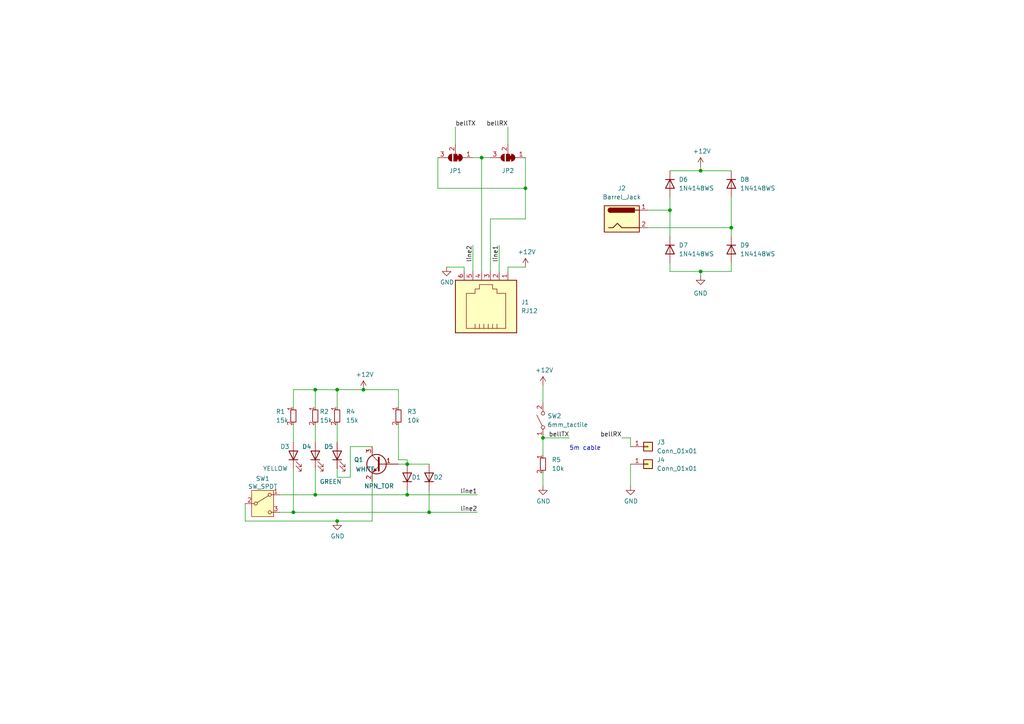
<source format=kicad_sch>
(kicad_sch (version 20230121) (generator eeschema)
  (paper "A4")
  (lib_symbols
    (symbol "Connector:Barrel_Jack" (pin_names (offset 1.016))
      (property "Reference" "J" (at 0 5.334 0))
      (property "Value" "Barrel_Jack" (at 0 -5.08 0))
      (symbol "Barrel_Jack_0_1"
        (rectangle (start -5.08 3.81) (end 5.08 -3.81) (stroke (width 0.254)) (fill (type background)))
        (arc (start -3.302 3.175) (mid -3.9343 2.54) (end -3.302 1.905) (stroke (width 0.254)))
        (arc (start -3.302 3.175) (mid -3.9343 2.54) (end -3.302 1.905) (stroke (width 0.254)) (fill (type outline)))
        (polyline (pts (xy 5.08 2.54) (xy 3.81 2.54)) (stroke (width 0.254)))
        (polyline (pts (xy -3.81 -2.54) (xy -2.54 -2.54) (xy -1.27 -1.27) (xy 0 -2.54) (xy 2.54 -2.54) (xy 5.08 -2.54)) (stroke (width 0.254)))
        (rectangle (start 3.683 3.175) (end -3.302 1.905) (stroke (width 0.254)) (fill (type outline)))
      )
      (symbol "Barrel_Jack_1_1"
        (pin passive line (at 7.62 2.54 180) (length 2.54) (name "~") (number "1"))
        (pin passive line (at 7.62 -2.54 180) (length 2.54) (name "~") (number "2"))
      )
    )
    (symbol "Connector_Generic:Conn_01x01" (pin_names (offset 1.016) hide)
      (property "Reference" "J" (at 0 2.54 0))
      (property "Value" "Conn_01x01" (at 0 -2.54 0))
      (symbol "Conn_01x01_1_1"
        (rectangle (start -1.27 0.127) (end 0 -0.127) (stroke (width 0.1524)))
        (rectangle (start -1.27 1.27) (end 1.27 -1.27) (stroke (width 0.254)) (fill (type background)))
        (pin passive line (at -5.08 0 0) (length 3.81) (name "Pin_1") (number "1"))
      )
    )
    (symbol "Jumper:SolderJumper_3_Bridged12" (pin_names (offset 0) hide)
      (property "Reference" "JP" (at -2.54 -2.54 0))
      (property "Value" "SolderJumper_3_Bridged12" (at 0 2.794 0))
      (symbol "SolderJumper_3_Bridged12_0_1"
        (rectangle (start -1.016 0.508) (end -0.508 -0.508) (fill (type outline)))
        (arc (start -1.016 1.016) (mid -2.0276 0) (end -1.016 -1.016))
        (arc (start -1.016 1.016) (mid -2.0276 0) (end -1.016 -1.016) (fill (type outline)))
        (rectangle (start -0.508 1.016) (end 0.508 -1.016) (fill (type outline)))
        (polyline (pts (xy -2.54 0) (xy -2.032 0)))
        (polyline (pts (xy -1.016 1.016) (xy -1.016 -1.016)))
        (polyline (pts (xy 0 -1.27) (xy 0 -1.016)))
        (polyline (pts (xy 1.016 1.016) (xy 1.016 -1.016)))
        (polyline (pts (xy 2.54 0) (xy 2.032 0)))
        (arc (start 1.016 -1.016) (mid 2.0276 0) (end 1.016 1.016))
        (arc (start 1.016 -1.016) (mid 2.0276 0) (end 1.016 1.016) (fill (type outline)))
      )
      (symbol "SolderJumper_3_Bridged12_1_1"
        (pin passive line (at -5.08 0 0) (length 2.54) (name "A") (number "1"))
        (pin passive line (at 0 -3.81 90) (length 2.54) (name "C") (number "2"))
        (pin passive line (at 5.08 0 180) (length 2.54) (name "B") (number "3"))
      )
    )
    (symbol "Switch:SW_SPDT" (pin_names (offset 0) hide)
      (property "Reference" "SW" (at 0 5.08 0))
      (property "Value" "SW_SPDT" (at 0 -5.08 0))
      (symbol "SW_SPDT_0_1"
        (circle (center -2.032 0) (radius 0.4572))
        (polyline (pts (xy -1.651 0.254) (xy 1.651 2.286)))
        (circle (center 2.032 -2.54) (radius 0.4572))
        (circle (center 2.032 2.54) (radius 0.4572))
      )
      (symbol "SW_SPDT_1_1"
        (rectangle (start -3.175 3.81) (end 3.175 -3.81) (fill (type background)))
        (pin passive line (at 5.08 2.54 180) (length 2.54) (name "A") (number "1"))
        (pin passive line (at -5.08 0 0) (length 2.54) (name "B") (number "2"))
        (pin passive line (at 5.08 -2.54 180) (length 2.54) (name "C") (number "3"))
      )
    )
    (symbol "custom_kicad_lib_sk:1N4148WS" (pin_numbers hide) (pin_names hide)
      (property "Reference" "D" (at 0 2.54 0))
      (property "Value" "1N4148WS" (at 0 -2.54 0))
      (symbol "1N4148WS_0_1"
        (polyline (pts (xy -1.27 1.27) (xy -1.27 -1.27)) (stroke (width 0.254)))
        (polyline (pts (xy 1.27 0) (xy -1.27 0)))
        (polyline (pts (xy 1.27 1.27) (xy 1.27 -1.27) (xy -1.27 0) (xy 1.27 1.27)) (stroke (width 0.254)))
      )
      (symbol "1N4148WS_1_1"
        (pin passive line (at -3.81 0 0) (length 2.54) (name "K") (number "1"))
        (pin passive line (at 3.81 0 180) (length 2.54) (name "A") (number "2"))
      )
    )
    (symbol "custom_kicad_lib_sk:6mm_tactile" (pin_names (offset 0) hide)
      (property "Reference" "SW" (at 0 3.175 0))
      (property "Value" "6mm_tactile" (at 0 -2.54 0))
      (symbol "6mm_tactile_0_0"
        (circle (center -2.032 0) (radius 0.508))
        (polyline (pts (xy -1.524 0.254) (xy 1.524 1.778)))
        (circle (center 2.032 0) (radius 0.508))
      )
      (symbol "6mm_tactile_1_1"
        (pin passive line (at -5.08 0 0) (length 2.54) (name "A") (number "1"))
        (pin passive line (at 5.08 0 180) (length 2.54) (name "B") (number "2"))
      )
    )
    (symbol "custom_kicad_lib_sk:LED" (pin_numbers hide) (pin_names (offset 1.016) hide)
      (property "Reference" "D" (at 0 2.54 0))
      (property "Value" "LED" (at 0 -2.54 0))
      (symbol "LED_0_1"
        (polyline (pts (xy -1.27 -1.27) (xy -1.27 1.27)) (stroke (width 0.254)))
        (polyline (pts (xy -1.27 0) (xy 1.27 0)))
        (polyline (pts (xy 1.27 -1.27) (xy 1.27 1.27) (xy -1.27 0) (xy 1.27 -1.27)) (stroke (width 0.254)))
        (polyline (pts (xy -3.048 -0.762) (xy -4.572 -2.286) (xy -3.81 -2.286) (xy -4.572 -2.286) (xy -4.572 -1.524)))
        (polyline (pts (xy -1.778 -0.762) (xy -3.302 -2.286) (xy -2.54 -2.286) (xy -3.302 -2.286) (xy -3.302 -1.524)))
      )
      (symbol "LED_1_1"
        (pin passive line (at -3.81 0 0) (length 2.54) (name "K") (number "1"))
        (pin passive line (at 3.81 0 180) (length 2.54) (name "A") (number "2"))
      )
    )
    (symbol "custom_kicad_lib_sk:NPN_TOR" (pin_names (offset 0) hide)
      (property "Reference" "Q" (at 5.08 1.905 0))
      (property "Value" "NPN_TOR" (at 5.08 0 0))
      (symbol "NPN_TOR_0_1"
        (polyline (pts (xy 0.635 0.635) (xy 2.54 2.54)))
        (polyline (pts (xy 0.635 -0.635) (xy 2.54 -2.54) (xy 2.54 -2.54)))
        (polyline (pts (xy 0.635 1.905) (xy 0.635 -1.905) (xy 0.635 -1.905)) (stroke (width 0.508)))
        (polyline (pts (xy 1.27 -1.778) (xy 1.778 -1.27) (xy 2.286 -2.286) (xy 1.27 -1.778) (xy 1.27 -1.778)) (fill (type outline)))
        (circle (center 1.27 0) (radius 2.8194) (stroke (width 0.254)))
      )
      (symbol "NPN_TOR_1_1"
        (pin input line (at -5.08 0 0) (length 5.715) (name "B") (number "1"))
        (pin passive line (at 2.54 -5.08 90) (length 2.54) (name "E") (number "2"))
        (pin passive line (at 2.54 5.08 270) (length 2.54) (name "C") (number "3"))
      )
    )
    (symbol "custom_kicad_lib_sk:RJ12" (pin_names (offset 1.016))
      (property "Reference" "J" (at -5.08 11.43 0))
      (property "Value" "RJ12" (at 2.54 11.43 0))
      (symbol "RJ12_0_1"
        (polyline (pts (xy -6.35 -1.905) (xy -5.08 -1.905) (xy -5.08 -1.905)))
        (polyline (pts (xy -6.35 -0.635) (xy -5.08 -0.635) (xy -5.08 -0.635)))
        (polyline (pts (xy -6.35 0.635) (xy -5.08 0.635) (xy -5.08 0.635)))
        (polyline (pts (xy -6.35 1.905) (xy -5.08 1.905) (xy -5.08 1.905)))
        (polyline (pts (xy -6.35 3.175) (xy -5.08 3.175) (xy -5.08 3.175)))
        (polyline (pts (xy -5.08 4.445) (xy -6.35 4.445) (xy -6.35 4.445)))
        (polyline (pts (xy -6.35 -4.445) (xy -6.35 6.985) (xy 3.81 6.985) (xy 3.81 4.445) (xy 5.08 4.445) (xy 5.08 3.175) (xy 6.35 3.175) (xy 6.35 -0.635) (xy 5.08 -0.635) (xy 5.08 -1.905) (xy 3.81 -1.905) (xy 3.81 -4.445) (xy -6.35 -4.445) (xy -6.35 -4.445)))
        (rectangle (start 7.62 10.16) (end -7.62 -7.62) (stroke (width 0.254)) (fill (type background)))
      )
      (symbol "RJ12_1_1"
        (pin passive line (at 10.16 -5.08 180) (length 2.54) (name "~") (number "1"))
        (pin passive line (at 10.16 -2.54 180) (length 2.54) (name "~") (number "2"))
        (pin passive line (at 10.16 0 180) (length 2.54) (name "~") (number "3"))
        (pin passive line (at 10.16 2.54 180) (length 2.54) (name "~") (number "4"))
        (pin passive line (at 10.16 5.08 180) (length 2.54) (name "~") (number "5"))
        (pin passive line (at 10.16 7.62 180) (length 2.54) (name "~") (number "6"))
      )
    )
    (symbol "power:+12V" (power) (pin_names (offset 0))
      (property "Value" "+12V" (at 0 3.556 0))
      (symbol "+12V_0_1"
        (polyline (pts (xy -0.762 1.27) (xy 0 2.54)))
        (polyline (pts (xy 0 0) (xy 0 2.54)))
        (polyline (pts (xy 0 2.54) (xy 0.762 1.27)))
      )
      (symbol "+12V_1_1"
        (pin power_in line (at 0 0 90) (length 0) hide (name "+12V") (number "1"))
      )
    )
    (symbol "power:GND" (power) (pin_names (offset 0))
      (property "Value" "GND" (at 0 -3.81 0))
      (symbol "GND_0_1"
        (polyline (pts (xy 0 0) (xy 0 -1.27) (xy 1.27 -1.27) (xy 0 -2.54) (xy -1.27 -1.27) (xy 0 -1.27)))
      )
      (symbol "GND_1_1"
        (pin power_in line (at 0 0 270) (length 0) hide (name "GND") (number "1"))
      )
    )
    (symbol "resistors_0603:R_10k_0603"
      (property "Reference" "R" (at 1.27 2.54 0))
      (property "Value" "10k" (at 2.54 -2.54 0))
      (symbol "R_10k_0603_0_1"
        (rectangle (start -0.762 1.778) (end 0.762 -1.778) (stroke (width 0.2032)))
      )
      (symbol "R_10k_0603_1_1"
        (pin passive line (at 0 2.54 270) (length 0.762) (name "~") (number "1"))
        (pin passive line (at 0 -2.54 90) (length 0.762) (name "~") (number "2"))
      )
    )
    (symbol "resistors_0603:R_1k_0603"
      (property "Reference" "R" (at 1.27 2.54 0))
      (property "Value" "1k" (at 2.54 -2.54 0))
      (symbol "R_1k_0603_0_1"
        (rectangle (start -0.762 1.778) (end 0.762 -1.778) (stroke (width 0.2032)))
      )
      (symbol "R_1k_0603_1_1"
        (pin passive line (at 0 2.54 270) (length 0.762) (name "~") (number "1"))
        (pin passive line (at 0 -2.54 90) (length 0.762) (name "~") (number "2"))
      )
    )
  )
  (junction (at 203.2 78.74))
  (junction (at 91.44 143.51))
  (junction (at 97.79 151.13))
  (junction (at 118.11 143.51))
  (junction (at 97.79 113.03))
  (junction (at 118.11 134.62))
  (junction (at 139.7 45.72))
  (junction (at 105.41 113.03))
  (junction (at 91.44 113.03))
  (junction (at 194.31 60.96))
  (junction (at 203.2 49.53))
  (junction (at 152.4 54.61))
  (junction (at 85.09 148.59))
  (junction (at 124.46 148.59))
  (junction (at 157.48 127))
  (junction (at 212.09 66.04))
  (wire (pts (xy 118.11 134.62) (xy 115.57 134.62)))
  (wire (pts (xy 124.46 148.59) (xy 138.43 148.59)))
  (wire (pts (xy 127 54.61) (xy 152.4 54.61)))
  (wire (pts (xy 194.31 49.53) (xy 203.2 49.53)))
  (wire (pts (xy 139.7 45.72) (xy 142.24 45.72)))
  (wire (pts (xy 203.2 78.74) (xy 203.2 80.01)))
  (wire (pts (xy 182.88 140.97) (xy 182.88 134.62)))
  (wire (pts (xy 194.31 57.15) (xy 194.31 60.96)))
  (wire (pts (xy 203.2 48.26) (xy 203.2 49.53)))
  (wire (pts (xy 187.96 60.96) (xy 194.31 60.96)))
  (wire (pts (xy 152.4 54.61) (xy 152.4 63.5)))
  (wire (pts (xy 127 45.72) (xy 127 54.61)))
  (wire (pts (xy 212.09 76.2) (xy 212.09 78.74)))
  (wire (pts (xy 187.96 66.04) (xy 212.09 66.04)))
  (wire (pts (xy 91.44 113.03) (xy 97.79 113.03)))
  (wire (pts (xy 142.24 63.5) (xy 152.4 63.5)))
  (wire (pts (xy 212.09 57.15) (xy 212.09 66.04)))
  (wire (pts (xy 142.24 78.74) (xy 142.24 63.5)))
  (wire (pts (xy 118.11 143.51) (xy 138.43 143.51)))
  (wire (pts (xy 107.95 139.7) (xy 107.95 151.13)))
  (wire (pts (xy 85.09 113.03) (xy 91.44 113.03)))
  (wire (pts (xy 118.11 133.35) (xy 115.57 133.35)))
  (wire (pts (xy 147.32 78.74) (xy 147.32 77.47)))
  (wire (pts (xy 115.57 133.35) (xy 115.57 123.19)))
  (wire (pts (xy 137.16 71.12) (xy 137.16 78.74)))
  (wire (pts (xy 101.6 129.54) (xy 107.95 129.54)))
  (wire (pts (xy 91.44 143.51) (xy 118.11 143.51)))
  (wire (pts (xy 157.48 116.84) (xy 157.48 111.76)))
  (wire (pts (xy 152.4 45.72) (xy 152.4 54.61)))
  (wire (pts (xy 91.44 123.19) (xy 91.44 128.27)))
  (wire (pts (xy 115.57 118.11) (xy 115.57 113.03)))
  (wire (pts (xy 147.32 36.83) (xy 147.32 41.91)))
  (wire (pts (xy 144.78 71.12) (xy 144.78 78.74)))
  (wire (pts (xy 118.11 142.24) (xy 118.11 143.51)))
  (wire (pts (xy 85.09 135.89) (xy 85.09 148.59)))
  (wire (pts (xy 97.79 135.89) (xy 97.79 138.43)))
  (wire (pts (xy 157.48 127) (xy 157.48 132.08)))
  (wire (pts (xy 105.41 113.03) (xy 115.57 113.03)))
  (wire (pts (xy 101.6 138.43) (xy 101.6 129.54)))
  (wire (pts (xy 81.28 143.51) (xy 91.44 143.51)))
  (wire (pts (xy 194.31 76.2) (xy 194.31 78.74)))
  (wire (pts (xy 97.79 151.13) (xy 107.95 151.13)))
  (wire (pts (xy 91.44 135.89) (xy 91.44 143.51)))
  (wire (pts (xy 203.2 49.53) (xy 212.09 49.53)))
  (wire (pts (xy 129.54 77.47) (xy 134.62 77.47)))
  (wire (pts (xy 91.44 118.11) (xy 91.44 113.03)))
  (wire (pts (xy 118.11 133.35) (xy 118.11 134.62)))
  (wire (pts (xy 203.2 78.74) (xy 194.31 78.74)))
  (wire (pts (xy 134.62 77.47) (xy 134.62 78.74)))
  (wire (pts (xy 85.09 148.59) (xy 124.46 148.59)))
  (wire (pts (xy 132.08 36.83) (xy 132.08 41.91)))
  (wire (pts (xy 124.46 142.24) (xy 124.46 148.59)))
  (wire (pts (xy 97.79 123.19) (xy 97.79 128.27)))
  (wire (pts (xy 118.11 134.62) (xy 124.46 134.62)))
  (wire (pts (xy 139.7 45.72) (xy 139.7 78.74)))
  (wire (pts (xy 71.12 151.13) (xy 97.79 151.13)))
  (wire (pts (xy 180.34 127) (xy 182.88 127)))
  (wire (pts (xy 85.09 148.59) (xy 81.28 148.59)))
  (wire (pts (xy 97.79 118.11) (xy 97.79 113.03)))
  (wire (pts (xy 157.48 127) (xy 165.1 127)))
  (wire (pts (xy 182.88 127) (xy 182.88 129.54)))
  (wire (pts (xy 71.12 146.05) (xy 71.12 151.13)))
  (wire (pts (xy 97.79 138.43) (xy 101.6 138.43)))
  (wire (pts (xy 157.48 137.16) (xy 157.48 140.97)))
  (wire (pts (xy 97.79 113.03) (xy 105.41 113.03)))
  (wire (pts (xy 212.09 78.74) (xy 203.2 78.74)))
  (wire (pts (xy 147.32 77.47) (xy 152.4 77.47)))
  (wire (pts (xy 194.31 60.96) (xy 194.31 68.58)))
  (wire (pts (xy 85.09 118.11) (xy 85.09 113.03)))
  (wire (pts (xy 85.09 123.19) (xy 85.09 128.27)))
  (wire (pts (xy 212.09 66.04) (xy 212.09 68.58)))
  (wire (pts (xy 139.7 45.72) (xy 137.16 45.72)))
  (text "5m cable" (at 165.1 130.81 0) (effects (font (size 1.27 1.27)) (justify left bottom)))
  (label "line1" (at 144.78 71.12 270))
  (label "bellTX" (at 165.1 127 180))
  (label "line2" (at 138.43 148.59 180))
  (label "bellRX" (at 180.34 127 180))
  (label "line1" (at 138.43 143.51 180))
  (label "line2" (at 137.16 71.12 270))
  (label "bellRX" (at 147.32 36.83 180))
  (label "bellTX" (at 132.08 36.83 0))
  (symbol (lib_id "power:+12V") (at 105.41 113.03 0) (unit 1)
    (property "Reference" "#PWR0104" (effects hide))
    (property "Value" "+12V" (at 105.791 108.6358 0))
  )
  (symbol (lib_id "power:+12V") (at 157.48 111.76 0) (unit 1)
    (property "Reference" "#PWR04" (effects hide))
    (property "Value" "+12V" (at 157.861 107.3658 0))
  )
  (symbol (lib_id "power:GND") (at 157.48 140.97 0) (unit 1)
    (property "Reference" "#PWR05" (effects hide))
    (property "Value" "GND" (at 157.607 145.3642 0))
  )
  (symbol (lib_id "power:GND") (at 97.79 151.13 0) (unit 1)
    (property "Reference" "#PWR03" (effects hide))
    (property "Value" "GND" (at 97.917 155.5242 0))
  )
  (symbol (lib_id "power:+12V") (at 152.4 77.47 0) (unit 1)
    (property "Reference" "#PWR0101" (effects hide))
    (property "Value" "+12V" (at 152.781 73.0758 0))
  )
  (symbol (lib_id "power:GND") (at 129.54 77.47 0) (unit 1)
    (property "Reference" "#PWR0102" (effects hide))
    (property "Value" "GND" (at 129.667 81.8642 0))
  )
  (symbol (lib_id "power:GND") (at 182.88 140.97 0) (unit 1)
    (property "Reference" "#PWR0103" (effects hide))
    (property "Value" "GND" (at 183.007 145.3642 0))
  )
  (symbol (lib_id "Switch:SW_SPDT") (at 76.2 146.05 0) (unit 1)
    (property "Reference" "SW1" (at 76.2 138.811 0))
    (property "Value" "SW_SPDT" (at 76.2 141.1224 0))
    (property "Footprint" "custom_kicad_lib_sk:SW_Toggle_Blue_wSlots" (effects hide))
  )
  (symbol (lib_id "Jumper:SolderJumper_3_Bridged12") (at 147.32 45.72 180) (unit 1)
    (property "Reference" "JP2" (at 147.32 49.53 0))
    (property "Value" "SolderJumper_3_Bridged12" (effects hide))
    (property "Footprint" "Jumper:SolderJumper-3_P1.3mm_Bridged12_RoundedPad1.0x1.5mm" (effects hide))
  )
  (symbol (lib_id "custom_kicad_lib_sk:RJ12") (at 142.24 88.9 90) (unit 1)
    (property "Reference" "J1" (at 151.13 87.63 90) (effects (justify right)))
    (property "Value" "RJ12" (at 151.13 90.17 90) (effects (justify right)))
    (property "Footprint" "custom_kicad_lib_sk:RJ12" (effects hide))
  )
  (symbol (lib_id "custom_kicad_lib_sk:1N4148WS") (at 124.46 138.43 90) (unit 1)
    (property "Reference" "D2" (at 125.73 138.43 90) (effects (justify right)))
    (property "Value" "1N4148WS" (effects hide))
    (property "Footprint" "Diode_SMD:D_SOD-323" (effects hide))
    (property "Datasheet" "https://www.vishay.com/docs/85751/1n4148ws.pdf" (effects hide))
    (property "Sim.Device" "D" (effects hide))
    (property "Sim.Pins" "1=K 2=A" (effects hide))
    (property "JLCPCB Part#" "C2128" (effects hide))
  )
  (symbol (lib_id "custom_kicad_lib_sk:1N4148WS") (at 212.09 53.34 270) (unit 1)
    (property "Reference" "D8" (at 214.63 52.07 90) (effects (justify left)))
    (property "Value" "1N4148WS" (at 214.63 54.61 90) (effects (justify left)))
    (property "Footprint" "Diode_SMD:D_SOD-323" (effects hide))
    (property "Datasheet" "https://www.vishay.com/docs/85751/1n4148ws.pdf" (effects hide))
    (property "Sim.Device" "D" (effects hide))
    (property "Sim.Pins" "1=K 2=A" (effects hide))
    (property "JLCPCB Part#" "C2128" (effects hide))
  )
  (symbol (lib_id "custom_kicad_lib_sk:1N4148WS") (at 118.11 138.43 90) (unit 1)
    (property "Reference" "D1" (at 119.38 138.43 90) (effects (justify right)))
    (property "Value" "1N4148WS" (effects hide))
    (property "Footprint" "Diode_SMD:D_SOD-323" (effects hide))
    (property "Datasheet" "https://www.vishay.com/docs/85751/1n4148ws.pdf" (effects hide))
    (property "Sim.Device" "D" (effects hide))
    (property "Sim.Pins" "1=K 2=A" (effects hide))
    (property "JLCPCB Part#" "C2128" (effects hide))
  )
  (symbol (lib_id "custom_kicad_lib_sk:6mm_tactile") (at 157.48 121.92 90) (unit 1)
    (property "Reference" "SW2" (at 158.75 120.65 90) (effects (justify right)))
    (property "Value" "6mm_tactile" (at 158.75 123.19 90) (effects (justify right)))
    (property "Footprint" "Button_Switch_THT:SW_PUSH_6mm_H4.3mm" (effects hide))
  )
  (symbol (lib_id "resistors_0603:R_1k_0603") (at 91.44 120.65 0) (unit 1)
    (property "Reference" "R2" (at 92.71 119.38 0) (effects (justify left)))
    (property "Value" "15k" (at 92.71 121.92 0) (effects (justify left)))
    (property "Footprint" "custom_kicad_lib_sk:R_0603_smalltext" (effects hide))
    (property "JLCPCB Part#" "C22809" (effects hide))
  )
  (symbol (lib_id "custom_kicad_lib_sk:LED") (at 91.44 132.08 90) (unit 1)
    (property "Reference" "D4" (at 87.63 129.54 90) (effects (justify right)))
    (property "Value" "GREEN" (at 92.71 139.7 90) (effects (justify right)))
    (property "Footprint" "LED_THT:LED_D5.0mm" (effects hide))
    (property "JLCPCB Part#" "C2297" (effects hide))
  )
  (symbol (lib_id "custom_kicad_lib_sk:1N4148WS") (at 194.31 72.39 270) (unit 1)
    (property "Reference" "D7" (at 196.85 71.12 90) (effects (justify left)))
    (property "Value" "1N4148WS" (at 196.85 73.66 90) (effects (justify left)))
    (property "Footprint" "Diode_SMD:D_SOD-323" (effects hide))
    (property "Datasheet" "https://www.vishay.com/docs/85751/1n4148ws.pdf" (effects hide))
    (property "Sim.Device" "D" (effects hide))
    (property "Sim.Pins" "1=K 2=A" (effects hide))
    (property "JLCPCB Part#" "C2128" (effects hide))
  )
  (symbol (lib_id "power:GND") (at 203.2 80.01 0) (unit 1)
    (property "Reference" "#PWR06" (effects hide))
    (property "Value" "GND" (at 203.2 85.09 0))
  )
  (symbol (lib_id "resistors_0603:R_1k_0603") (at 85.09 120.65 0) (unit 1)
    (property "Reference" "R1" (at 80.01 119.38 0) (effects (justify left)))
    (property "Value" "15k" (at 80.01 121.92 0) (effects (justify left)))
    (property "Footprint" "custom_kicad_lib_sk:R_0603_smalltext" (effects hide))
    (property "JLCPCB Part#" "C22809" (effects hide))
  )
  (symbol (lib_id "custom_kicad_lib_sk:1N4148WS") (at 212.09 72.39 270) (unit 1)
    (property "Reference" "D9" (at 214.63 71.12 90) (effects (justify left)))
    (property "Value" "1N4148WS" (at 214.63 73.66 90) (effects (justify left)))
    (property "Footprint" "Diode_SMD:D_SOD-323" (effects hide))
    (property "Datasheet" "https://www.vishay.com/docs/85751/1n4148ws.pdf" (effects hide))
    (property "Sim.Device" "D" (effects hide))
    (property "Sim.Pins" "1=K 2=A" (effects hide))
    (property "JLCPCB Part#" "C2128" (effects hide))
  )
  (symbol (lib_id "Jumper:SolderJumper_3_Bridged12") (at 132.08 45.72 180) (unit 1)
    (property "Reference" "JP1" (at 132.08 49.53 0))
    (property "Value" "SolderJumper_3_Bridged12" (effects hide))
    (property "Footprint" "Jumper:SolderJumper-3_P1.3mm_Bridged12_RoundedPad1.0x1.5mm" (effects hide))
  )
  (symbol (lib_id "resistors_0603:R_1k_0603") (at 97.79 120.65 0) (unit 1)
    (property "Reference" "R4" (at 100.33 119.38 0) (effects (justify left)))
    (property "Value" "15k" (at 100.33 121.92 0) (effects (justify left)))
    (property "Footprint" "custom_kicad_lib_sk:R_0603_smalltext" (effects hide))
    (property "JLCPCB Part#" "C22809" (effects hide))
  )
  (symbol (lib_id "power:+12V") (at 203.2 48.26 0) (unit 1)
    (property "Reference" "#PWR01" (effects hide))
    (property "Value" "+12V" (at 203.581 43.8658 0))
  )
  (symbol (lib_id "custom_kicad_lib_sk:LED") (at 85.09 132.08 90) (unit 1)
    (property "Reference" "D3" (at 81.28 129.54 90) (effects (justify right)))
    (property "Value" "YELLOW" (at 76.2 135.89 90) (effects (justify right)))
    (property "Footprint" "LED_THT:LED_D5.0mm" (effects hide))
    (property "JLCPCB Part#" "C2296" (effects hide))
  )
  (symbol (lib_id "Connector:Barrel_Jack") (at 180.34 63.5 0) (unit 1)
    (property "Reference" "J2" (at 180.34 54.61 0))
    (property "Value" "Barrel_Jack" (at 180.34 57.15 0))
    (property "Footprint" "custom_kicad_lib_sk:barreljack" (effects hide))
  )
  (symbol (lib_id "resistors_0603:R_10k_0603") (at 157.48 134.62 0) (unit 1)
    (property "Reference" "R5" (at 160.02 133.35 0) (effects (justify left)))
    (property "Value" "10k" (at 160.02 135.89 0) (effects (justify left)))
    (property "Footprint" "custom_kicad_lib_sk:R_0603_smalltext" (effects hide))
    (property "JLCPCB Part#" "C25804" (effects hide))
  )
  (symbol (lib_id "resistors_0603:R_10k_0603") (at 115.57 120.65 0) (unit 1)
    (property "Reference" "R3" (at 118.11 119.38 0) (effects (justify left)))
    (property "Value" "10k" (at 118.11 121.92 0) (effects (justify left)))
    (property "Footprint" "custom_kicad_lib_sk:R_0603_smalltext" (effects hide))
    (property "JLCPCB Part#" "C25804" (effects hide))
  )
  (symbol (lib_id "Connector_Generic:Conn_01x01") (at 187.96 129.54 0) (unit 1)
    (property "Reference" "J3" (at 190.5 128.27 0) (effects (justify left)))
    (property "Value" "Conn_01x01" (at 190.5 130.81 0) (effects (justify left)))
    (property "Footprint" "Connector_PinHeader_2.54mm:PinHeader_1x01_P2.54mm_Vertical" (effects hide))
  )
  (symbol (lib_id "custom_kicad_lib_sk:1N4148WS") (at 194.31 53.34 270) (unit 1)
    (property "Reference" "D6" (at 196.85 52.07 90) (effects (justify left)))
    (property "Value" "1N4148WS" (at 196.85 54.61 90) (effects (justify left)))
    (property "Footprint" "Diode_SMD:D_SOD-323" (effects hide))
    (property "Datasheet" "https://www.vishay.com/docs/85751/1n4148ws.pdf" (effects hide))
    (property "Sim.Device" "D" (effects hide))
    (property "Sim.Pins" "1=K 2=A" (effects hide))
    (property "JLCPCB Part#" "C2128" (effects hide))
  )
  (symbol (lib_id "Connector_Generic:Conn_01x01") (at 187.96 134.62 0) (unit 1)
    (property "Reference" "J4" (at 190.5 133.35 0) (effects (justify left)))
    (property "Value" "Conn_01x01" (at 190.5 135.89 0) (effects (justify left)))
    (property "Footprint" "Connector_PinHeader_2.54mm:PinHeader_1x01_P2.54mm_Vertical" (effects hide))
  )
  (symbol (lib_id "custom_kicad_lib_sk:LED") (at 97.79 132.08 90) (unit 1)
    (property "Reference" "D5" (at 93.98 129.54 90) (effects (justify right)))
    (property "Value" "WHITE" (at 103.1169 136.1183 90) (effects (justify right)))
    (property "Footprint" "LED_THT:LED_D5.0mm" (effects hide))
    (property "JLCPCB Part#" "C34499" (effects hide))
  )
  (symbol (lib_id "custom_kicad_lib_sk:NPN_TOR") (at 110.49 134.62 0) (mirror y) (unit 1)
    (property "Reference" "Q1" (at 105.41 133.35 0) (effects (justify left)))
    (property "Value" "NPN_TOR" (at 114.3 140.97 0) (effects (justify left)))
    (property "Footprint" "Package_TO_SOT_SMD:SOT-23" (effects hide))
    (property "JLCPCB Part#" "C2145" (effects hide))
  )
)
</source>
